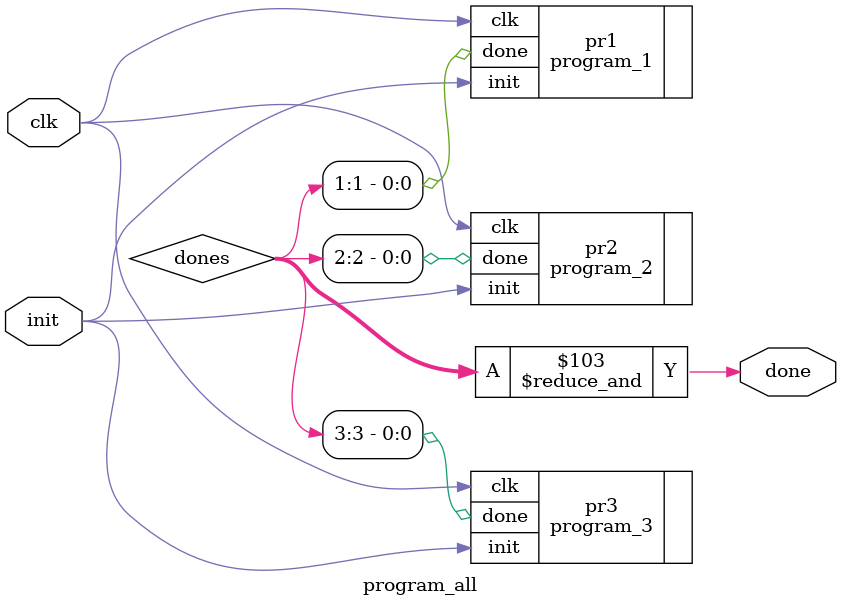
<source format=sv>
module program_all(
  input clk,
        init,
  output logic done);

  wire[3:1] dones;

  logic[7:0] data_ram_all[256];
//  logic[1:0] rotator = 0;

// three separate DUT cores, one per program
//  you will have only one 
  program_1 pr1(.clk, .init, .done(dones[1]));
  program_2 pr2(.clk, .init, .done(dones[2]));
  program_3 pr3(.clk, .init, .done(dones[3]));

// load the data memories of the three cores
  always @(posedge clk) if(init) begin
//    if(rotator==3) rotator <= 1;
//    else           rotator <= rotator + 1;  
    for(int i=1; i<4; i++) 
	  pr1.data_ram[i] <= data_ram_all[i];
	  pr2.data_ram[6] <= data_ram_all[6];
	for(int j=32; j<96; j++)
	  pr2.data_ram[j] <= data_ram_all[j];
	for(int k=128; k<148; k++)
	  pr3.data_ram[k] <= data_ram_all[k];     
  end
    
  always_comb done = &dones;
//  assign done = dones[rotator];

endmodule
</source>
